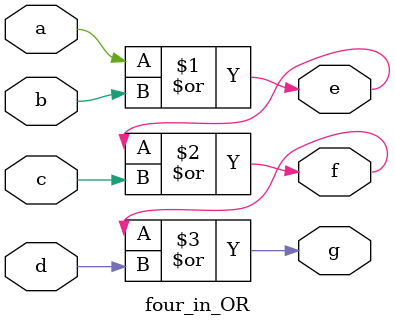
<source format=v>
`timescale 1ns / 1ps


module four_in_OR(
    input a, b, c, d,
    output e, f, g
);

assign e=a|b;
assign f=e|c;
assign g=f|d;

endmodule

</source>
